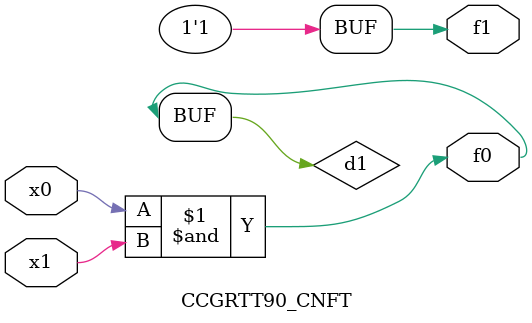
<source format=v>
module CCGRTT90_CNFT(
	input x0, x1,
	output f0, f1
);

	wire d1;

	assign f0 = d1;
	and (d1, x0, x1);
	assign f1 = 1'b1;
endmodule

</source>
